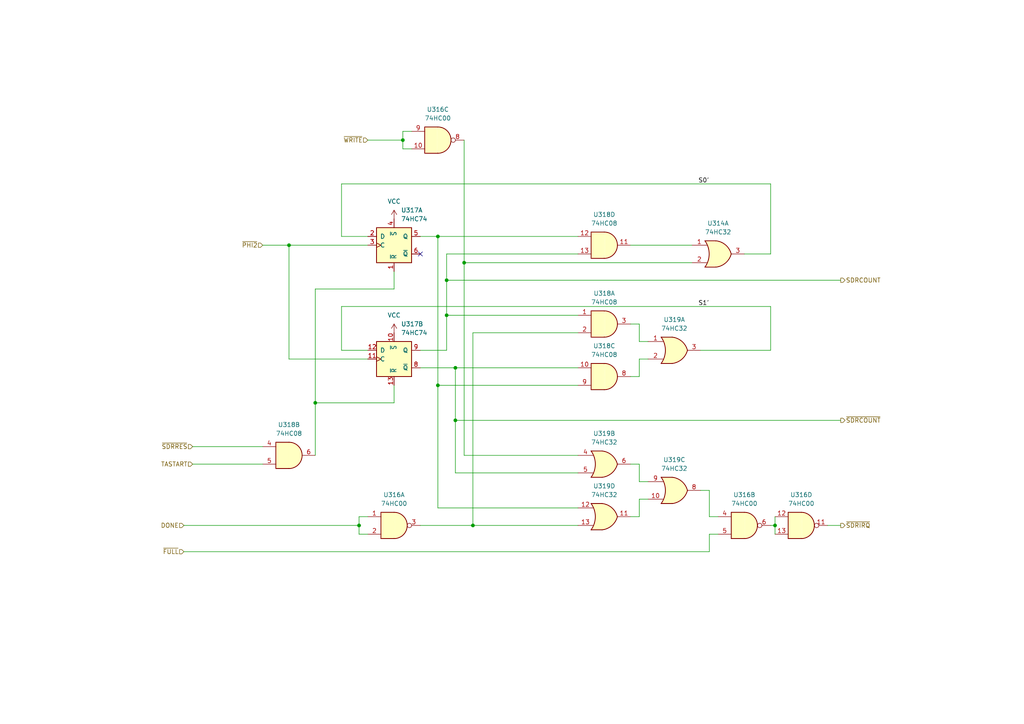
<source format=kicad_sch>
(kicad_sch (version 20211123) (generator eeschema)
  (paper "A4")
  (title_block (title "74HCT6526 Board 3") (date "2022-10-08") (rev "0.1.2") (company "Daniel Molina") (comment 1 "https://github.com/dmolinagarcia/74HCT6526"))
  (lib_symbols
    (symbol "74xx:74HC00" (pin_names (offset 1.016))
      (property "Reference" "U" (at 0 1.27 0))
      (property "Value" "74HC00" (at 0 -1.27 0))
      (symbol "74HC00_1_1"
        (arc (start 0 -3.81) (mid 3.81 0) (end 0 3.81) (stroke (width 0.254)) (fill (type background)))
        (polyline (pts (xy 0 3.81) (xy -3.81 3.81) (xy -3.81 -3.81) (xy 0 -3.81)) (stroke (width 0.254)) (fill (type background)))
        (pin input line (at -7.62 2.54 0) (length 3.81) (name "~") (number "1"))
        (pin input line (at -7.62 -2.54 0) (length 3.81) (name "~") (number "2"))
        (pin output inverted (at 7.62 0 180) (length 3.81) (name "~") (number "3"))
      )
      (symbol "74HC00_1_2"
        (arc (start -3.81 -3.81) (mid -2.589 0) (end -3.81 3.81) (stroke (width 0.254)))
        (arc (start -0.6096 -3.81) (mid 2.1842 -2.5851) (end 3.81 0) (stroke (width 0.254)) (fill (type background)))
        (polyline (pts (xy -3.81 -3.81) (xy -0.635 -3.81)) (stroke (width 0.254)) (fill (type background)))
        (polyline (pts (xy -3.81 3.81) (xy -0.635 3.81)) (stroke (width 0.254)) (fill (type background)))
        (polyline (pts (xy -0.635 3.81) (xy -3.81 3.81) (xy -3.81 3.81) (xy -3.556 3.4036) (xy -3.0226 2.2606) (xy -2.6924 1.0414) (xy -2.6162 -0.254) (xy -2.7686 -1.4986) (xy -3.175 -2.7178) (xy -3.81 -3.81) (xy -3.81 -3.81) (xy -0.635 -3.81)) (stroke (width -25.4)) (fill (type background)))
        (arc (start 3.81 0) (mid 2.1915 2.5936) (end -0.6096 3.81) (stroke (width 0.254)) (fill (type background)))
        (pin input inverted (at -7.62 2.54 0) (length 4.318) (name "~") (number "1"))
        (pin input inverted (at -7.62 -2.54 0) (length 4.318) (name "~") (number "2"))
        (pin output line (at 7.62 0 180) (length 3.81) (name "~") (number "3"))
      )
      (symbol "74HC00_2_1"
        (arc (start 0 -3.81) (mid 3.81 0) (end 0 3.81) (stroke (width 0.254)) (fill (type background)))
        (polyline (pts (xy 0 3.81) (xy -3.81 3.81) (xy -3.81 -3.81) (xy 0 -3.81)) (stroke (width 0.254)) (fill (type background)))
        (pin input line (at -7.62 2.54 0) (length 3.81) (name "~") (number "4"))
        (pin input line (at -7.62 -2.54 0) (length 3.81) (name "~") (number "5"))
        (pin output inverted (at 7.62 0 180) (length 3.81) (name "~") (number "6"))
      )
      (symbol "74HC00_2_2"
        (arc (start -3.81 -3.81) (mid -2.589 0) (end -3.81 3.81) (stroke (width 0.254)))
        (arc (start -0.6096 -3.81) (mid 2.1842 -2.5851) (end 3.81 0) (stroke (width 0.254)) (fill (type background)))
        (polyline (pts (xy -3.81 -3.81) (xy -0.635 -3.81)) (stroke (width 0.254)) (fill (type background)))
        (polyline (pts (xy -3.81 3.81) (xy -0.635 3.81)) (stroke (width 0.254)) (fill (type background)))
        (polyline (pts (xy -0.635 3.81) (xy -3.81 3.81) (xy -3.81 3.81) (xy -3.556 3.4036) (xy -3.0226 2.2606) (xy -2.6924 1.0414) (xy -2.6162 -0.254) (xy -2.7686 -1.4986) (xy -3.175 -2.7178) (xy -3.81 -3.81) (xy -3.81 -3.81) (xy -0.635 -3.81)) (stroke (width -25.4)) (fill (type background)))
        (arc (start 3.81 0) (mid 2.1915 2.5936) (end -0.6096 3.81) (stroke (width 0.254)) (fill (type background)))
        (pin input inverted (at -7.62 2.54 0) (length 4.318) (name "~") (number "4"))
        (pin input inverted (at -7.62 -2.54 0) (length 4.318) (name "~") (number "5"))
        (pin output line (at 7.62 0 180) (length 3.81) (name "~") (number "6"))
      )
      (symbol "74HC00_3_1"
        (arc (start 0 -3.81) (mid 3.81 0) (end 0 3.81) (stroke (width 0.254)) (fill (type background)))
        (polyline (pts (xy 0 3.81) (xy -3.81 3.81) (xy -3.81 -3.81) (xy 0 -3.81)) (stroke (width 0.254)) (fill (type background)))
        (pin input line (at -7.62 -2.54 0) (length 3.81) (name "~") (number "10"))
        (pin output inverted (at 7.62 0 180) (length 3.81) (name "~") (number "8"))
        (pin input line (at -7.62 2.54 0) (length 3.81) (name "~") (number "9"))
      )
      (symbol "74HC00_3_2"
        (arc (start -3.81 -3.81) (mid -2.589 0) (end -3.81 3.81) (stroke (width 0.254)))
        (arc (start -0.6096 -3.81) (mid 2.1842 -2.5851) (end 3.81 0) (stroke (width 0.254)) (fill (type background)))
        (polyline (pts (xy -3.81 -3.81) (xy -0.635 -3.81)) (stroke (width 0.254)) (fill (type background)))
        (polyline (pts (xy -3.81 3.81) (xy -0.635 3.81)) (stroke (width 0.254)) (fill (type background)))
        (polyline (pts (xy -0.635 3.81) (xy -3.81 3.81) (xy -3.81 3.81) (xy -3.556 3.4036) (xy -3.0226 2.2606) (xy -2.6924 1.0414) (xy -2.6162 -0.254) (xy -2.7686 -1.4986) (xy -3.175 -2.7178) (xy -3.81 -3.81) (xy -3.81 -3.81) (xy -0.635 -3.81)) (stroke (width -25.4)) (fill (type background)))
        (arc (start 3.81 0) (mid 2.1915 2.5936) (end -0.6096 3.81) (stroke (width 0.254)) (fill (type background)))
        (pin input inverted (at -7.62 -2.54 0) (length 4.318) (name "~") (number "10"))
        (pin output line (at 7.62 0 180) (length 3.81) (name "~") (number "8"))
        (pin input inverted (at -7.62 2.54 0) (length 4.318) (name "~") (number "9"))
      )
      (symbol "74HC00_4_1"
        (arc (start 0 -3.81) (mid 3.81 0) (end 0 3.81) (stroke (width 0.254)) (fill (type background)))
        (polyline (pts (xy 0 3.81) (xy -3.81 3.81) (xy -3.81 -3.81) (xy 0 -3.81)) (stroke (width 0.254)) (fill (type background)))
        (pin output inverted (at 7.62 0 180) (length 3.81) (name "~") (number "11"))
        (pin input line (at -7.62 2.54 0) (length 3.81) (name "~") (number "12"))
        (pin input line (at -7.62 -2.54 0) (length 3.81) (name "~") (number "13"))
      )
      (symbol "74HC00_4_2"
        (arc (start -3.81 -3.81) (mid -2.589 0) (end -3.81 3.81) (stroke (width 0.254)))
        (arc (start -0.6096 -3.81) (mid 2.1842 -2.5851) (end 3.81 0) (stroke (width 0.254)) (fill (type background)))
        (polyline (pts (xy -3.81 -3.81) (xy -0.635 -3.81)) (stroke (width 0.254)) (fill (type background)))
        (polyline (pts (xy -3.81 3.81) (xy -0.635 3.81)) (stroke (width 0.254)) (fill (type background)))
        (polyline (pts (xy -0.635 3.81) (xy -3.81 3.81) (xy -3.81 3.81) (xy -3.556 3.4036) (xy -3.0226 2.2606) (xy -2.6924 1.0414) (xy -2.6162 -0.254) (xy -2.7686 -1.4986) (xy -3.175 -2.7178) (xy -3.81 -3.81) (xy -3.81 -3.81) (xy -0.635 -3.81)) (stroke (width -25.4)) (fill (type background)))
        (arc (start 3.81 0) (mid 2.1915 2.5936) (end -0.6096 3.81) (stroke (width 0.254)) (fill (type background)))
        (pin output line (at 7.62 0 180) (length 3.81) (name "~") (number "11"))
        (pin input inverted (at -7.62 2.54 0) (length 4.318) (name "~") (number "12"))
        (pin input inverted (at -7.62 -2.54 0) (length 4.318) (name "~") (number "13"))
      )
      (symbol "74HC00_5_0"
        (pin power_in line (at 0 12.7 270) (length 5.08) (name "VCC") (number "14"))
        (pin power_in line (at 0 -12.7 90) (length 5.08) (name "GND") (number "7"))
      )
      (symbol "74HC00_5_1"
        (rectangle (start -5.08 7.62) (end 5.08 -7.62) (stroke (width 0.254)) (fill (type background)))
      )
    )
    (symbol "74xx:74HC74" (pin_names (offset 1.016))
      (property "Reference" "U" (at -7.62 8.89 0))
      (property "Value" "74HC74" (at -7.62 -8.89 0))
      (symbol "74HC74_1_0"
        (pin input line (at 0 -7.62 90) (length 2.54) (name "~{R}") (number "1"))
        (pin input line (at -7.62 2.54 0) (length 2.54) (name "D") (number "2"))
        (pin input clock (at -7.62 0 0) (length 2.54) (name "C") (number "3"))
        (pin input line (at 0 7.62 270) (length 2.54) (name "~{S}") (number "4"))
        (pin output line (at 7.62 2.54 180) (length 2.54) (name "Q") (number "5"))
        (pin output line (at 7.62 -2.54 180) (length 2.54) (name "~{Q}") (number "6"))
      )
      (symbol "74HC74_1_1"
        (rectangle (start -5.08 5.08) (end 5.08 -5.08) (stroke (width 0.254)) (fill (type background)))
      )
      (symbol "74HC74_2_0"
        (pin input line (at 0 7.62 270) (length 2.54) (name "~{S}") (number "10"))
        (pin input clock (at -7.62 0 0) (length 2.54) (name "C") (number "11"))
        (pin input line (at -7.62 2.54 0) (length 2.54) (name "D") (number "12"))
        (pin input line (at 0 -7.62 90) (length 2.54) (name "~{R}") (number "13"))
        (pin output line (at 7.62 -2.54 180) (length 2.54) (name "~{Q}") (number "8"))
        (pin output line (at 7.62 2.54 180) (length 2.54) (name "Q") (number "9"))
      )
      (symbol "74HC74_2_1"
        (rectangle (start -5.08 5.08) (end 5.08 -5.08) (stroke (width 0.254)) (fill (type background)))
      )
      (symbol "74HC74_3_0"
        (pin power_in line (at 0 10.16 270) (length 2.54) (name "VCC") (number "14"))
        (pin power_in line (at 0 -10.16 90) (length 2.54) (name "GND") (number "7"))
      )
      (symbol "74HC74_3_1"
        (rectangle (start -5.08 7.62) (end 5.08 -7.62) (stroke (width 0.254)) (fill (type background)))
      )
    )
    (symbol "74xx:74LS32" (pin_names (offset 1.016))
      (property "Reference" "U" (at 0 1.27 0))
      (property "Value" "74LS32" (at 0 -1.27 0))
      (symbol "74LS32_1_1"
        (arc (start -3.81 -3.81) (mid -2.589 0) (end -3.81 3.81) (stroke (width 0.254)))
        (arc (start -0.6096 -3.81) (mid 2.1842 -2.5851) (end 3.81 0) (stroke (width 0.254)) (fill (type background)))
        (polyline (pts (xy -3.81 -3.81) (xy -0.635 -3.81)) (stroke (width 0.254)) (fill (type background)))
        (polyline (pts (xy -3.81 3.81) (xy -0.635 3.81)) (stroke (width 0.254)) (fill (type background)))
        (polyline (pts (xy -0.635 3.81) (xy -3.81 3.81) (xy -3.81 3.81) (xy -3.556 3.4036) (xy -3.0226 2.2606) (xy -2.6924 1.0414) (xy -2.6162 -0.254) (xy -2.7686 -1.4986) (xy -3.175 -2.7178) (xy -3.81 -3.81) (xy -3.81 -3.81) (xy -0.635 -3.81)) (stroke (width -25.4)) (fill (type background)))
        (arc (start 3.81 0) (mid 2.1915 2.5936) (end -0.6096 3.81) (stroke (width 0.254)) (fill (type background)))
        (pin input line (at -7.62 2.54 0) (length 4.318) (name "~") (number "1"))
        (pin input line (at -7.62 -2.54 0) (length 4.318) (name "~") (number "2"))
        (pin output line (at 7.62 0 180) (length 3.81) (name "~") (number "3"))
      )
      (symbol "74LS32_1_2"
        (arc (start 0 -3.81) (mid 3.81 0) (end 0 3.81) (stroke (width 0.254)) (fill (type background)))
        (polyline (pts (xy 0 3.81) (xy -3.81 3.81) (xy -3.81 -3.81) (xy 0 -3.81)) (stroke (width 0.254)) (fill (type background)))
        (pin input inverted (at -7.62 2.54 0) (length 3.81) (name "~") (number "1"))
        (pin input inverted (at -7.62 -2.54 0) (length 3.81) (name "~") (number "2"))
        (pin output inverted (at 7.62 0 180) (length 3.81) (name "~") (number "3"))
      )
      (symbol "74LS32_2_1"
        (arc (start -3.81 -3.81) (mid -2.589 0) (end -3.81 3.81) (stroke (width 0.254)))
        (arc (start -0.6096 -3.81) (mid 2.1842 -2.5851) (end 3.81 0) (stroke (width 0.254)) (fill (type background)))
        (polyline (pts (xy -3.81 -3.81) (xy -0.635 -3.81)) (stroke (width 0.254)) (fill (type background)))
        (polyline (pts (xy -3.81 3.81) (xy -0.635 3.81)) (stroke (width 0.254)) (fill (type background)))
        (polyline (pts (xy -0.635 3.81) (xy -3.81 3.81) (xy -3.81 3.81) (xy -3.556 3.4036) (xy -3.0226 2.2606) (xy -2.6924 1.0414) (xy -2.6162 -0.254) (xy -2.7686 -1.4986) (xy -3.175 -2.7178) (xy -3.81 -3.81) (xy -3.81 -3.81) (xy -0.635 -3.81)) (stroke (width -25.4)) (fill (type background)))
        (arc (start 3.81 0) (mid 2.1915 2.5936) (end -0.6096 3.81) (stroke (width 0.254)) (fill (type background)))
        (pin input line (at -7.62 2.54 0) (length 4.318) (name "~") (number "4"))
        (pin input line (at -7.62 -2.54 0) (length 4.318) (name "~") (number "5"))
        (pin output line (at 7.62 0 180) (length 3.81) (name "~") (number "6"))
      )
      (symbol "74LS32_2_2"
        (arc (start 0 -3.81) (mid 3.81 0) (end 0 3.81) (stroke (width 0.254)) (fill (type background)))
        (polyline (pts (xy 0 3.81) (xy -3.81 3.81) (xy -3.81 -3.81) (xy 0 -3.81)) (stroke (width 0.254)) (fill (type background)))
        (pin input inverted (at -7.62 2.54 0) (length 3.81) (name "~") (number "4"))
        (pin input inverted (at -7.62 -2.54 0) (length 3.81) (name "~") (number "5"))
        (pin output inverted (at 7.62 0 180) (length 3.81) (name "~") (number "6"))
      )
      (symbol "74LS32_3_1"
        (arc (start -3.81 -3.81) (mid -2.589 0) (end -3.81 3.81) (stroke (width 0.254)))
        (arc (start -0.6096 -3.81) (mid 2.1842 -2.5851) (end 3.81 0) (stroke (width 0.254)) (fill (type background)))
        (polyline (pts (xy -3.81 -3.81) (xy -0.635 -3.81)) (stroke (width 0.254)) (fill (type background)))
        (polyline (pts (xy -3.81 3.81) (xy -0.635 3.81)) (stroke (width 0.254)) (fill (type background)))
        (polyline (pts (xy -0.635 3.81) (xy -3.81 3.81) (xy -3.81 3.81) (xy -3.556 3.4036) (xy -3.0226 2.2606) (xy -2.6924 1.0414) (xy -2.6162 -0.254) (xy -2.7686 -1.4986) (xy -3.175 -2.7178) (xy -3.81 -3.81) (xy -3.81 -3.81) (xy -0.635 -3.81)) (stroke (width -25.4)) (fill (type background)))
        (arc (start 3.81 0) (mid 2.1915 2.5936) (end -0.6096 3.81) (stroke (width 0.254)) (fill (type background)))
        (pin input line (at -7.62 -2.54 0) (length 4.318) (name "~") (number "10"))
        (pin output line (at 7.62 0 180) (length 3.81) (name "~") (number "8"))
        (pin input line (at -7.62 2.54 0) (length 4.318) (name "~") (number "9"))
      )
      (symbol "74LS32_3_2"
        (arc (start 0 -3.81) (mid 3.81 0) (end 0 3.81) (stroke (width 0.254)) (fill (type background)))
        (polyline (pts (xy 0 3.81) (xy -3.81 3.81) (xy -3.81 -3.81) (xy 0 -3.81)) (stroke (width 0.254)) (fill (type background)))
        (pin input inverted (at -7.62 -2.54 0) (length 3.81) (name "~") (number "10"))
        (pin output inverted (at 7.62 0 180) (length 3.81) (name "~") (number "8"))
        (pin input inverted (at -7.62 2.54 0) (length 3.81) (name "~") (number "9"))
      )
      (symbol "74LS32_4_1"
        (arc (start -3.81 -3.81) (mid -2.589 0) (end -3.81 3.81) (stroke (width 0.254)))
        (arc (start -0.6096 -3.81) (mid 2.1842 -2.5851) (end 3.81 0) (stroke (width 0.254)) (fill (type background)))
        (polyline (pts (xy -3.81 -3.81) (xy -0.635 -3.81)) (stroke (width 0.254)) (fill (type background)))
        (polyline (pts (xy -3.81 3.81) (xy -0.635 3.81)) (stroke (width 0.254)) (fill (type background)))
        (polyline (pts (xy -0.635 3.81) (xy -3.81 3.81) (xy -3.81 3.81) (xy -3.556 3.4036) (xy -3.0226 2.2606) (xy -2.6924 1.0414) (xy -2.6162 -0.254) (xy -2.7686 -1.4986) (xy -3.175 -2.7178) (xy -3.81 -3.81) (xy -3.81 -3.81) (xy -0.635 -3.81)) (stroke (width -25.4)) (fill (type background)))
        (arc (start 3.81 0) (mid 2.1915 2.5936) (end -0.6096 3.81) (stroke (width 0.254)) (fill (type background)))
        (pin output line (at 7.62 0 180) (length 3.81) (name "~") (number "11"))
        (pin input line (at -7.62 2.54 0) (length 4.318) (name "~") (number "12"))
        (pin input line (at -7.62 -2.54 0) (length 4.318) (name "~") (number "13"))
      )
      (symbol "74LS32_4_2"
        (arc (start 0 -3.81) (mid 3.81 0) (end 0 3.81) (stroke (width 0.254)) (fill (type background)))
        (polyline (pts (xy 0 3.81) (xy -3.81 3.81) (xy -3.81 -3.81) (xy 0 -3.81)) (stroke (width 0.254)) (fill (type background)))
        (pin output inverted (at 7.62 0 180) (length 3.81) (name "~") (number "11"))
        (pin input inverted (at -7.62 2.54 0) (length 3.81) (name "~") (number "12"))
        (pin input inverted (at -7.62 -2.54 0) (length 3.81) (name "~") (number "13"))
      )
      (symbol "74LS32_5_0"
        (pin power_in line (at 0 12.7 270) (length 5.08) (name "VCC") (number "14"))
        (pin power_in line (at 0 -12.7 90) (length 5.08) (name "GND") (number "7"))
      )
      (symbol "74LS32_5_1"
        (rectangle (start -5.08 7.62) (end 5.08 -7.62) (stroke (width 0.254)) (fill (type background)))
      )
    )
    (symbol "Custom 74xx:74HC08" (pin_names (offset 1.016))
      (property "Reference" "U" (at 0 1.27 0))
      (property "Value" "74HC08" (at 0 -1.27 0))
      (symbol "74HC08_1_1"
        (arc (start 0 -3.81) (mid 3.81 0) (end 0 3.81) (stroke (width 0.254)) (fill (type background)))
        (polyline (pts (xy 0 3.81) (xy -3.81 3.81) (xy -3.81 -3.81) (xy 0 -3.81)) (stroke (width 0.254)) (fill (type background)))
        (pin input line (at -7.62 2.54 0) (length 3.81) (name "~") (number "1"))
        (pin input line (at -7.62 -2.54 0) (length 3.81) (name "~") (number "2"))
        (pin output line (at 7.62 0 180) (length 3.81) (name "~") (number "3"))
      )
      (symbol "74HC08_1_2"
        (arc (start -3.81 -3.81) (mid -2.589 0) (end -3.81 3.81) (stroke (width 0.254)))
        (arc (start -0.6096 -3.81) (mid 2.1855 -2.584) (end 3.81 0) (stroke (width 0.254)) (fill (type background)))
        (polyline (pts (xy -3.81 -3.81) (xy -0.635 -3.81)) (stroke (width 0.254)) (fill (type background)))
        (polyline (pts (xy -3.81 3.81) (xy -0.635 3.81)) (stroke (width 0.254)) (fill (type background)))
        (polyline (pts (xy -0.635 3.81) (xy -3.81 3.81) (xy -3.81 3.81) (xy -3.556 3.4036) (xy -3.0226 2.2606) (xy -2.6924 1.0414) (xy -2.6162 -0.254) (xy -2.7686 -1.4986) (xy -3.175 -2.7178) (xy -3.81 -3.81) (xy -3.81 -3.81) (xy -0.635 -3.81)) (stroke (width -25.4)) (fill (type background)))
        (arc (start 3.81 0) (mid 2.1928 2.5925) (end -0.6096 3.81) (stroke (width 0.254)) (fill (type background)))
        (pin input inverted (at -7.62 2.54 0) (length 4.318) (name "~") (number "1"))
        (pin input inverted (at -7.62 -2.54 0) (length 4.318) (name "~") (number "2"))
        (pin output line (at 7.62 0 180) (length 3.81) (name "~") (number "3"))
      )
      (symbol "74HC08_2_1"
        (arc (start 0 -3.81) (mid 3.81 0) (end 0 3.81) (stroke (width 0.254)) (fill (type background)))
        (polyline (pts (xy 0 3.81) (xy -3.81 3.81) (xy -3.81 -3.81) (xy 0 -3.81)) (stroke (width 0.254)) (fill (type background)))
        (pin input line (at -7.62 2.54 0) (length 3.81) (name "~") (number "4"))
        (pin input line (at -7.62 -2.54 0) (length 3.81) (name "~") (number "5"))
        (pin output line (at 7.62 0 180) (length 3.81) (name "~") (number "6"))
      )
      (symbol "74HC08_2_2"
        (arc (start -3.81 -3.81) (mid -2.589 0) (end -3.81 3.81) (stroke (width 0.254)))
        (arc (start -0.6096 -3.81) (mid 2.1855 -2.584) (end 3.81 0) (stroke (width 0.254)) (fill (type background)))
        (polyline (pts (xy -3.81 -3.81) (xy -0.635 -3.81)) (stroke (width 0.254)) (fill (type background)))
        (polyline (pts (xy -3.81 3.81) (xy -0.635 3.81)) (stroke (width 0.254)) (fill (type background)))
        (polyline (pts (xy -0.635 3.81) (xy -3.81 3.81) (xy -3.81 3.81) (xy -3.556 3.4036) (xy -3.0226 2.2606) (xy -2.6924 1.0414) (xy -2.6162 -0.254) (xy -2.7686 -1.4986) (xy -3.175 -2.7178) (xy -3.81 -3.81) (xy -3.81 -3.81) (xy -0.635 -3.81)) (stroke (width -25.4)) (fill (type background)))
        (arc (start 3.81 0) (mid 2.1928 2.5925) (end -0.6096 3.81) (stroke (width 0.254)) (fill (type background)))
        (pin input inverted (at -7.62 2.54 0) (length 4.318) (name "~") (number "4"))
        (pin input inverted (at -7.62 -2.54 0) (length 4.318) (name "~") (number "5"))
        (pin output line (at 7.62 0 180) (length 3.81) (name "~") (number "6"))
      )
      (symbol "74HC08_3_1"
        (arc (start 0 -3.81) (mid 3.81 0) (end 0 3.81) (stroke (width 0.254)) (fill (type background)))
        (polyline (pts (xy 0 3.81) (xy -3.81 3.81) (xy -3.81 -3.81) (xy 0 -3.81)) (stroke (width 0.254)) (fill (type background)))
        (pin input line (at -7.62 -2.54 0) (length 3.81) (name "~") (number "10"))
        (pin output line (at 7.62 0 180) (length 3.81) (name "~") (number "8"))
        (pin input line (at -7.62 2.54 0) (length 3.81) (name "~") (number "9"))
      )
      (symbol "74HC08_3_2"
        (arc (start -3.81 -3.81) (mid -2.589 0) (end -3.81 3.81) (stroke (width 0.254)))
        (arc (start -0.6096 -3.81) (mid 2.1855 -2.584) (end 3.81 0) (stroke (width 0.254)) (fill (type background)))
        (polyline (pts (xy -3.81 -3.81) (xy -0.635 -3.81)) (stroke (width 0.254)) (fill (type background)))
        (polyline (pts (xy -3.81 3.81) (xy -0.635 3.81)) (stroke (width 0.254)) (fill (type background)))
        (polyline (pts (xy -0.635 3.81) (xy -3.81 3.81) (xy -3.81 3.81) (xy -3.556 3.4036) (xy -3.0226 2.2606) (xy -2.6924 1.0414) (xy -2.6162 -0.254) (xy -2.7686 -1.4986) (xy -3.175 -2.7178) (xy -3.81 -3.81) (xy -3.81 -3.81) (xy -0.635 -3.81)) (stroke (width -25.4)) (fill (type background)))
        (arc (start 3.81 0) (mid 2.1928 2.5925) (end -0.6096 3.81) (stroke (width 0.254)) (fill (type background)))
        (pin input inverted (at -7.62 -2.54 0) (length 4.318) (name "~") (number "10"))
        (pin output line (at 7.62 0 180) (length 3.81) (name "~") (number "8"))
        (pin input inverted (at -7.62 2.54 0) (length 4.318) (name "~") (number "9"))
      )
      (symbol "74HC08_4_1"
        (arc (start 0 -3.81) (mid 3.81 0) (end 0 3.81) (stroke (width 0.254)) (fill (type background)))
        (polyline (pts (xy 0 3.81) (xy -3.81 3.81) (xy -3.81 -3.81) (xy 0 -3.81)) (stroke (width 0.254)) (fill (type background)))
        (pin output line (at 7.62 0 180) (length 3.81) (name "~") (number "11"))
        (pin input line (at -7.62 2.54 0) (length 3.81) (name "~") (number "12"))
        (pin input line (at -7.62 -2.54 0) (length 3.81) (name "~") (number "13"))
      )
      (symbol "74HC08_4_2"
        (arc (start -3.81 -3.81) (mid -2.589 0) (end -3.81 3.81) (stroke (width 0.254)))
        (arc (start -0.6096 -3.81) (mid 2.1855 -2.584) (end 3.81 0) (stroke (width 0.254)) (fill (type background)))
        (polyline (pts (xy -3.81 -3.81) (xy -0.635 -3.81)) (stroke (width 0.254)) (fill (type background)))
        (polyline (pts (xy -3.81 3.81) (xy -0.635 3.81)) (stroke (width 0.254)) (fill (type background)))
        (polyline (pts (xy -0.635 3.81) (xy -3.81 3.81) (xy -3.81 3.81) (xy -3.556 3.4036) (xy -3.0226 2.2606) (xy -2.6924 1.0414) (xy -2.6162 -0.254) (xy -2.7686 -1.4986) (xy -3.175 -2.7178) (xy -3.81 -3.81) (xy -3.81 -3.81) (xy -0.635 -3.81)) (stroke (width -25.4)) (fill (type background)))
        (arc (start 3.81 0) (mid 2.1928 2.5925) (end -0.6096 3.81) (stroke (width 0.254)) (fill (type background)))
        (pin output line (at 7.62 0 180) (length 3.81) (name "~") (number "11"))
        (pin input inverted (at -7.62 2.54 0) (length 4.318) (name "~") (number "12"))
        (pin input inverted (at -7.62 -2.54 0) (length 4.318) (name "~") (number "13"))
      )
      (symbol "74HC08_5_0"
        (pin power_in line (at 0 12.7 270) (length 5.08) (name "VCC") (number "14"))
        (pin power_in line (at 0 -12.7 90) (length 5.08) (name "GND") (number "7"))
      )
      (symbol "74HC08_5_1"
        (rectangle (start -5.08 7.62) (end 5.08 -7.62) (stroke (width 0.254)) (fill (type background)))
      )
    )
    (symbol "power:VCC" (power) (pin_names (offset 0))
      (property "Value" "VCC" (at 0 3.81 0))
      (symbol "VCC_0_1"
        (polyline (pts (xy -0.762 1.27) (xy 0 2.54)))
        (polyline (pts (xy 0 0) (xy 0 2.54)))
        (polyline (pts (xy 0 2.54) (xy 0.762 1.27)))
      )
      (symbol "VCC_1_1"
        (pin power_in line (at 0 0 90) (length 0) hide (name "VCC") (number "1"))
      )
    )
  )
  (junction (at 127 68.58))
  (junction (at 224.79 152.4))
  (junction (at 137.16 152.4))
  (junction (at 116.84 40.64))
  (junction (at 104.14 152.4))
  (junction (at 127 111.76))
  (junction (at 132.08 106.68))
  (junction (at 129.54 91.44))
  (junction (at 134.62 76.2))
  (junction (at 91.44 116.84))
  (junction (at 132.08 121.92))
  (junction (at 129.54 81.28))
  (junction (at 83.82 71.12))
  (no_connect (at 121.92 73.66))
  (wire (pts (xy 114.3 83.82) (xy 114.3 78.74)))
  (wire (pts (xy 129.54 91.44) (xy 129.54 81.28)))
  (wire (pts (xy 182.88 109.22) (xy 185.42 109.22)))
  (wire (pts (xy 55.88 134.62) (xy 76.2 134.62)))
  (wire (pts (xy 205.74 154.94) (xy 205.74 160.02)))
  (wire (pts (xy 132.08 121.92) (xy 243.84 121.92)))
  (wire (pts (xy 127 111.76) (xy 127 147.32)))
  (wire (pts (xy 182.88 134.62) (xy 185.42 134.62)))
  (wire (pts (xy 185.42 93.98) (xy 182.88 93.98)))
  (wire (pts (xy 205.74 149.86) (xy 208.28 149.86)))
  (wire (pts (xy 76.2 71.12) (xy 83.82 71.12)))
  (wire (pts (xy 224.79 152.4) (xy 224.79 154.94)))
  (wire (pts (xy 91.44 116.84) (xy 114.3 116.84)))
  (wire (pts (xy 127 147.32) (xy 167.64 147.32)))
  (wire (pts (xy 55.88 129.54) (xy 76.2 129.54)))
  (wire (pts (xy 121.92 152.4) (xy 137.16 152.4)))
  (wire (pts (xy 91.44 83.82) (xy 114.3 83.82)))
  (wire (pts (xy 121.92 68.58) (xy 127 68.58)))
  (wire (pts (xy 132.08 106.68) (xy 132.08 121.92)))
  (wire (pts (xy 104.14 149.86) (xy 106.68 149.86)))
  (wire (pts (xy 106.68 101.6) (xy 99.06 101.6)))
  (wire (pts (xy 116.84 43.18) (xy 116.84 40.64)))
  (wire (pts (xy 208.28 154.94) (xy 205.74 154.94)))
  (wire (pts (xy 129.54 81.28) (xy 243.84 81.28)))
  (wire (pts (xy 185.42 149.86) (xy 185.42 144.78)))
  (wire (pts (xy 223.52 53.34) (xy 223.52 73.66)))
  (wire (pts (xy 129.54 73.66) (xy 167.64 73.66)))
  (wire (pts (xy 185.42 144.78) (xy 187.96 144.78)))
  (wire (pts (xy 182.88 71.12) (xy 200.66 71.12)))
  (wire (pts (xy 119.38 43.18) (xy 116.84 43.18)))
  (wire (pts (xy 121.92 106.68) (xy 132.08 106.68)))
  (wire (pts (xy 53.34 152.4) (xy 104.14 152.4)))
  (wire (pts (xy 132.08 121.92) (xy 132.08 137.16)))
  (wire (pts (xy 200.66 76.2) (xy 134.62 76.2)))
  (wire (pts (xy 127 68.58) (xy 127 111.76)))
  (wire (pts (xy 205.74 142.24) (xy 205.74 149.86)))
  (wire (pts (xy 83.82 104.14) (xy 83.82 71.12)))
  (wire (pts (xy 121.92 101.6) (xy 129.54 101.6)))
  (wire (pts (xy 185.42 139.7) (xy 187.96 139.7)))
  (wire (pts (xy 137.16 96.52) (xy 137.16 152.4)))
  (wire (pts (xy 106.68 154.94) (xy 104.14 154.94)))
  (wire (pts (xy 132.08 106.68) (xy 167.64 106.68)))
  (wire (pts (xy 134.62 40.64) (xy 134.62 76.2)))
  (wire (pts (xy 185.42 109.22) (xy 185.42 104.14)))
  (wire (pts (xy 240.03 152.4) (xy 243.84 152.4)))
  (wire (pts (xy 224.79 152.4) (xy 224.79 149.86)))
  (wire (pts (xy 116.84 40.64) (xy 116.84 38.1)))
  (wire (pts (xy 134.62 76.2) (xy 134.62 132.08)))
  (wire (pts (xy 106.68 68.58) (xy 99.06 68.58)))
  (wire (pts (xy 132.08 137.16) (xy 167.64 137.16)))
  (wire (pts (xy 137.16 152.4) (xy 167.64 152.4)))
  (wire (pts (xy 167.64 96.52) (xy 137.16 96.52)))
  (wire (pts (xy 116.84 38.1) (xy 119.38 38.1)))
  (wire (pts (xy 129.54 81.28) (xy 129.54 73.66)))
  (wire (pts (xy 91.44 116.84) (xy 91.44 132.08)))
  (wire (pts (xy 127 111.76) (xy 167.64 111.76)))
  (wire (pts (xy 185.42 99.06) (xy 185.42 93.98)))
  (wire (pts (xy 223.52 101.6) (xy 203.2 101.6)))
  (wire (pts (xy 114.3 111.76) (xy 114.3 116.84)))
  (wire (pts (xy 99.06 68.58) (xy 99.06 53.34)))
  (wire (pts (xy 127 68.58) (xy 167.64 68.58)))
  (wire (pts (xy 99.06 88.9) (xy 223.52 88.9)))
  (wire (pts (xy 104.14 152.4) (xy 104.14 149.86)))
  (wire (pts (xy 106.68 104.14) (xy 83.82 104.14)))
  (wire (pts (xy 185.42 134.62) (xy 185.42 139.7)))
  (wire (pts (xy 83.82 71.12) (xy 106.68 71.12)))
  (wire (pts (xy 223.52 152.4) (xy 224.79 152.4)))
  (wire (pts (xy 106.68 40.64) (xy 116.84 40.64)))
  (wire (pts (xy 203.2 142.24) (xy 205.74 142.24)))
  (wire (pts (xy 223.52 88.9) (xy 223.52 101.6)))
  (wire (pts (xy 104.14 154.94) (xy 104.14 152.4)))
  (wire (pts (xy 99.06 101.6) (xy 99.06 88.9)))
  (wire (pts (xy 129.54 91.44) (xy 167.64 91.44)))
  (wire (pts (xy 134.62 132.08) (xy 167.64 132.08)))
  (wire (pts (xy 223.52 73.66) (xy 215.9 73.66)))
  (wire (pts (xy 187.96 99.06) (xy 185.42 99.06)))
  (wire (pts (xy 91.44 116.84) (xy 91.44 83.82)))
  (wire (pts (xy 129.54 101.6) (xy 129.54 91.44)))
  (wire (pts (xy 182.88 149.86) (xy 185.42 149.86)))
  (wire (pts (xy 185.42 104.14) (xy 187.96 104.14)))
  (wire (pts (xy 99.06 53.34) (xy 223.52 53.34)))
  (wire (pts (xy 53.34 160.02) (xy 205.74 160.02)))
  (label "S0'" (at 205.74 53.34 180))
  (label "S1'" (at 205.74 88.9 180))
  (hierarchical_label "~{PHI2}" (shape input) (at 76.2 71.12 180))
  (hierarchical_label "~{SDRCOUNT}" (shape output) (at 243.84 121.92 0))
  (hierarchical_label "~{WRITE}" (shape input) (at 106.68 40.64 180))
  (hierarchical_label "SDRCOUNT" (shape output) (at 243.84 81.28 0))
  (hierarchical_label "~{SDRRES}" (shape input) (at 55.88 129.54 180))
  (hierarchical_label "~{SDRIRQ}" (shape output) (at 243.84 152.4 0))
  (hierarchical_label "~{FULL}" (shape input) (at 53.34 160.02 180))
  (hierarchical_label "TASTART" (shape input) (at 55.88 134.62 180))
  (hierarchical_label "DONE" (shape input) (at 53.34 152.4 180))
  (symbol (lib_id "74xx:74HC00") (at 232.41 152.4 0) (unit 4)
    (property "Reference" "U316" (at 232.41 143.51 0))
    (property "Value" "74HC00" (at 232.41 146.05 0))
    (property "Footprint" "Package_SO:SO-14_3.9x8.65mm_P1.27mm" (effects hide))
    (property "Datasheet" "http://www.ti.com/lit/gpn/sn74hc00" (effects hide))
  )
  (symbol (lib_id "Custom 74xx:74HC08") (at 175.26 71.12 0) (unit 4)
    (property "Reference" "U318" (at 175.26 62.23 0))
    (property "Value" "74HC08" (at 175.26 64.77 0))
    (property "Footprint" "Package_SO:SO-14_3.9x8.65mm_P1.27mm" (effects hide))
  )
  (symbol (lib_id "74xx:74LS32") (at 175.26 149.86 0) (unit 4)
    (property "Reference" "U319" (at 175.26 140.97 0))
    (property "Value" "74HC32" (at 175.26 143.51 0))
    (property "Footprint" "Package_SO:SO-14_3.9x8.65mm_P1.27mm" (effects hide))
    (property "Datasheet" "http://www.ti.com/lit/gpn/sn74LS32" (effects hide))
  )
  (symbol (lib_id "74xx:74HC00") (at 114.3 152.4 0) (unit 1)
    (property "Reference" "U316" (at 114.3 143.51 0))
    (property "Value" "74HC00" (at 114.3 146.05 0))
    (property "Footprint" "Package_SO:SO-14_3.9x8.65mm_P1.27mm" (effects hide))
    (property "Datasheet" "http://www.ti.com/lit/gpn/sn74hc00" (effects hide))
  )
  (symbol (lib_id "74xx:74HC00") (at 127 40.64 0) (unit 3)
    (property "Reference" "U316" (at 127 31.75 0))
    (property "Value" "74HC00" (at 127 34.29 0))
    (property "Footprint" "Package_SO:SO-14_3.9x8.65mm_P1.27mm" (effects hide))
    (property "Datasheet" "http://www.ti.com/lit/gpn/sn74hc00" (effects hide))
  )
  (symbol (lib_id "74xx:74LS32") (at 175.26 134.62 0) (unit 2)
    (property "Reference" "U319" (at 175.26 125.73 0))
    (property "Value" "74HC32" (at 175.26 128.27 0))
    (property "Footprint" "Package_SO:SO-14_3.9x8.65mm_P1.27mm" (effects hide))
    (property "Datasheet" "http://www.ti.com/lit/gpn/sn74LS32" (effects hide))
  )
  (symbol (lib_id "74xx:74HC00") (at 215.9 152.4 0) (unit 2)
    (property "Reference" "U316" (at 215.9 143.51 0))
    (property "Value" "74HC00" (at 215.9 146.05 0))
    (property "Footprint" "Package_SO:SO-14_3.9x8.65mm_P1.27mm" (effects hide))
    (property "Datasheet" "http://www.ti.com/lit/gpn/sn74hc00" (effects hide))
  )
  (symbol (lib_id "Custom 74xx:74HC08") (at 175.26 93.98 0) (unit 1)
    (property "Reference" "U318" (at 175.26 85.09 0))
    (property "Value" "74HC08" (at 175.26 87.63 0))
    (property "Footprint" "Package_SO:SO-14_3.9x8.65mm_P1.27mm" (effects hide))
  )
  (symbol (lib_id "74xx:74HC74") (at 114.3 71.12 0) (unit 1)
    (property "Reference" "U317" (at 116.3194 60.96 0) (effects (justify left)))
    (property "Value" "74HC74" (at 116.3194 63.5 0) (effects (justify left)))
    (property "Footprint" "Package_SO:SO-14_3.9x8.65mm_P1.27mm" (effects hide))
    (property "Datasheet" "74xx/74hc_hct74.pdf" (effects hide))
  )
  (symbol (lib_id "74xx:74HC74") (at 114.3 104.14 0) (unit 2)
    (property "Reference" "U317" (at 116.3194 93.98 0) (effects (justify left)))
    (property "Value" "74HC74" (at 116.3194 96.52 0) (effects (justify left)))
    (property "Footprint" "Package_SO:SO-14_3.9x8.65mm_P1.27mm" (effects hide))
    (property "Datasheet" "74xx/74hc_hct74.pdf" (effects hide))
  )
  (symbol (lib_id "74xx:74LS32") (at 195.58 101.6 0) (unit 1)
    (property "Reference" "U319" (at 195.58 92.71 0))
    (property "Value" "74HC32" (at 195.58 95.25 0))
    (property "Footprint" "Package_SO:SO-14_3.9x8.65mm_P1.27mm" (effects hide))
    (property "Datasheet" "http://www.ti.com/lit/gpn/sn74LS32" (effects hide))
  )
  (symbol (lib_id "Custom 74xx:74HC08") (at 175.26 109.22 0) (mirror x) (unit 3)
    (property "Reference" "U318" (at 175.26 100.33 0))
    (property "Value" "74HC08" (at 175.26 102.87 0))
    (property "Footprint" "Package_SO:SO-14_3.9x8.65mm_P1.27mm" (effects hide))
  )
  (symbol (lib_id "power:VCC") (at 114.3 63.5 0) (unit 1)
    (property "Reference" "#PWR0101" (effects hide))
    (property "Value" "VCC" (at 114.3 58.42 0))
  )
  (symbol (lib_id "power:VCC") (at 114.3 96.52 0) (unit 1)
    (property "Reference" "#PWR0102" (effects hide))
    (property "Value" "VCC" (at 114.3 91.44 0))
  )
  (symbol (lib_id "74xx:74LS32") (at 208.28 73.66 0) (unit 1)
    (property "Reference" "U314" (at 208.28 64.77 0))
    (property "Value" "74HC32" (at 208.28 67.31 0))
    (property "Footprint" "Package_SO:SO-14_3.9x8.65mm_P1.27mm" (effects hide))
    (property "Datasheet" "http://www.ti.com/lit/gpn/sn74LS32" (effects hide))
  )
  (symbol (lib_id "74xx:74LS32") (at 195.58 142.24 0) (unit 3)
    (property "Reference" "U319" (at 195.58 133.35 0))
    (property "Value" "74HC32" (at 195.58 135.89 0))
    (property "Footprint" "Package_SO:SO-14_3.9x8.65mm_P1.27mm" (effects hide))
    (property "Datasheet" "http://www.ti.com/lit/gpn/sn74LS32" (effects hide))
  )
  (symbol (lib_id "Custom 74xx:74HC08") (at 83.82 132.08 0) (unit 2)
    (property "Reference" "U318" (at 83.82 123.19 0))
    (property "Value" "74HC08" (at 83.82 125.73 0))
    (property "Footprint" "Package_SO:SO-14_3.9x8.65mm_P1.27mm" (effects hide))
  )
)
</source>
